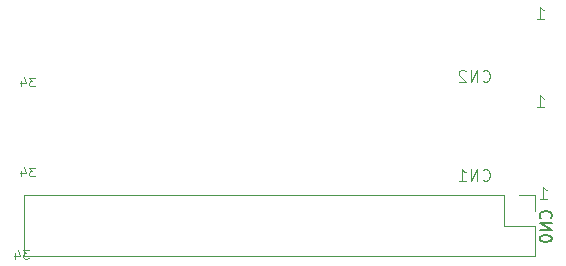
<source format=gbr>
G04 #@! TF.GenerationSoftware,KiCad,Pcbnew,(5.1.9)-1*
G04 #@! TF.CreationDate,2021-09-22T10:06:10+01:00*
G04 #@! TF.ProjectId,Amiga DF0 DF1 Switcher - Design A - Rev 2,416d6967-6120-4444-9630-204446312053,2*
G04 #@! TF.SameCoordinates,Original*
G04 #@! TF.FileFunction,Legend,Bot*
G04 #@! TF.FilePolarity,Positive*
%FSLAX46Y46*%
G04 Gerber Fmt 4.6, Leading zero omitted, Abs format (unit mm)*
G04 Created by KiCad (PCBNEW (5.1.9)-1) date 2021-09-22 10:06:10*
%MOMM*%
%LPD*%
G01*
G04 APERTURE LIST*
%ADD10C,0.125000*%
%ADD11C,0.120000*%
%ADD12C,0.150000*%
G04 APERTURE END LIST*
D10*
X136751142Y-126081285D02*
X136286857Y-126081285D01*
X136536857Y-126367000D01*
X136429714Y-126367000D01*
X136358285Y-126402714D01*
X136322571Y-126438428D01*
X136286857Y-126509857D01*
X136286857Y-126688428D01*
X136322571Y-126759857D01*
X136358285Y-126795571D01*
X136429714Y-126831285D01*
X136644000Y-126831285D01*
X136715428Y-126795571D01*
X136751142Y-126759857D01*
X135644000Y-126331285D02*
X135644000Y-126831285D01*
X135822571Y-126045571D02*
X136001142Y-126581285D01*
X135536857Y-126581285D01*
X136751142Y-133701285D02*
X136286857Y-133701285D01*
X136536857Y-133987000D01*
X136429714Y-133987000D01*
X136358285Y-134022714D01*
X136322571Y-134058428D01*
X136286857Y-134129857D01*
X136286857Y-134308428D01*
X136322571Y-134379857D01*
X136358285Y-134415571D01*
X136429714Y-134451285D01*
X136644000Y-134451285D01*
X136715428Y-134415571D01*
X136751142Y-134379857D01*
X135644000Y-133951285D02*
X135644000Y-134451285D01*
X135822571Y-133665571D02*
X136001142Y-134201285D01*
X135536857Y-134201285D01*
X179292285Y-128595380D02*
X179863714Y-128595380D01*
X179578000Y-128595380D02*
X179578000Y-127595380D01*
X179673238Y-127738238D01*
X179768476Y-127833476D01*
X179863714Y-127881095D01*
X179292285Y-121102380D02*
X179863714Y-121102380D01*
X179578000Y-121102380D02*
X179578000Y-120102380D01*
X179673238Y-120245238D01*
X179768476Y-120340476D01*
X179863714Y-120388095D01*
X174680476Y-126341142D02*
X174728095Y-126388761D01*
X174870952Y-126436380D01*
X174966190Y-126436380D01*
X175109047Y-126388761D01*
X175204285Y-126293523D01*
X175251904Y-126198285D01*
X175299523Y-126007809D01*
X175299523Y-125864952D01*
X175251904Y-125674476D01*
X175204285Y-125579238D01*
X175109047Y-125484000D01*
X174966190Y-125436380D01*
X174870952Y-125436380D01*
X174728095Y-125484000D01*
X174680476Y-125531619D01*
X174251904Y-126436380D02*
X174251904Y-125436380D01*
X173680476Y-126436380D01*
X173680476Y-125436380D01*
X173251904Y-125531619D02*
X173204285Y-125484000D01*
X173109047Y-125436380D01*
X172870952Y-125436380D01*
X172775714Y-125484000D01*
X172728095Y-125531619D01*
X172680476Y-125626857D01*
X172680476Y-125722095D01*
X172728095Y-125864952D01*
X173299523Y-126436380D01*
X172680476Y-126436380D01*
X174680476Y-134723142D02*
X174728095Y-134770761D01*
X174870952Y-134818380D01*
X174966190Y-134818380D01*
X175109047Y-134770761D01*
X175204285Y-134675523D01*
X175251904Y-134580285D01*
X175299523Y-134389809D01*
X175299523Y-134246952D01*
X175251904Y-134056476D01*
X175204285Y-133961238D01*
X175109047Y-133866000D01*
X174966190Y-133818380D01*
X174870952Y-133818380D01*
X174728095Y-133866000D01*
X174680476Y-133913619D01*
X174251904Y-134818380D02*
X174251904Y-133818380D01*
X173680476Y-134818380D01*
X173680476Y-133818380D01*
X172680476Y-134818380D02*
X173251904Y-134818380D01*
X172966190Y-134818380D02*
X172966190Y-133818380D01*
X173061428Y-133961238D01*
X173156666Y-134056476D01*
X173251904Y-134104095D01*
X179546285Y-136342380D02*
X180117714Y-136342380D01*
X179832000Y-136342380D02*
X179832000Y-135342380D01*
X179927238Y-135485238D01*
X180022476Y-135580476D01*
X180117714Y-135628095D01*
X136243142Y-140686285D02*
X135778857Y-140686285D01*
X136028857Y-140972000D01*
X135921714Y-140972000D01*
X135850285Y-141007714D01*
X135814571Y-141043428D01*
X135778857Y-141114857D01*
X135778857Y-141293428D01*
X135814571Y-141364857D01*
X135850285Y-141400571D01*
X135921714Y-141436285D01*
X136136000Y-141436285D01*
X136207428Y-141400571D01*
X136243142Y-141364857D01*
X135136000Y-140936285D02*
X135136000Y-141436285D01*
X135314571Y-140650571D02*
X135493142Y-141186285D01*
X135028857Y-141186285D01*
D11*
X179130000Y-137350500D02*
X179130000Y-136020500D01*
X179130000Y-136020500D02*
X177800000Y-136020500D01*
X179130000Y-138620500D02*
X176530000Y-138620500D01*
X176530000Y-138620500D02*
X176530000Y-136020500D01*
X176530000Y-136020500D02*
X135830000Y-136020500D01*
X135830000Y-141220500D02*
X135830000Y-136020500D01*
X179130000Y-141220500D02*
X135830000Y-141220500D01*
X179130000Y-141220500D02*
X179130000Y-138620500D01*
D12*
X180443142Y-137993523D02*
X180490761Y-137945904D01*
X180538380Y-137803047D01*
X180538380Y-137707809D01*
X180490761Y-137564952D01*
X180395523Y-137469714D01*
X180300285Y-137422095D01*
X180109809Y-137374476D01*
X179966952Y-137374476D01*
X179776476Y-137422095D01*
X179681238Y-137469714D01*
X179586000Y-137564952D01*
X179538380Y-137707809D01*
X179538380Y-137803047D01*
X179586000Y-137945904D01*
X179633619Y-137993523D01*
X180538380Y-138422095D02*
X179538380Y-138422095D01*
X180538380Y-138993523D01*
X179538380Y-138993523D01*
X179538380Y-139660190D02*
X179538380Y-139755428D01*
X179586000Y-139850666D01*
X179633619Y-139898285D01*
X179728857Y-139945904D01*
X179919333Y-139993523D01*
X180157428Y-139993523D01*
X180347904Y-139945904D01*
X180443142Y-139898285D01*
X180490761Y-139850666D01*
X180538380Y-139755428D01*
X180538380Y-139660190D01*
X180490761Y-139564952D01*
X180443142Y-139517333D01*
X180347904Y-139469714D01*
X180157428Y-139422095D01*
X179919333Y-139422095D01*
X179728857Y-139469714D01*
X179633619Y-139517333D01*
X179586000Y-139564952D01*
X179538380Y-139660190D01*
M02*

</source>
